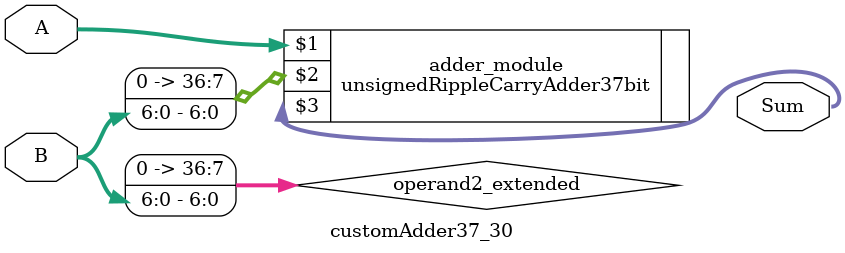
<source format=v>
module customAdder37_30(
                        input [36 : 0] A,
                        input [6 : 0] B,
                        
                        output [37 : 0] Sum
                );

        wire [36 : 0] operand2_extended;
        
        assign operand2_extended =  {30'b0, B};
        
        unsignedRippleCarryAdder37bit adder_module(
            A,
            operand2_extended,
            Sum
        );
        
        endmodule
        
</source>
